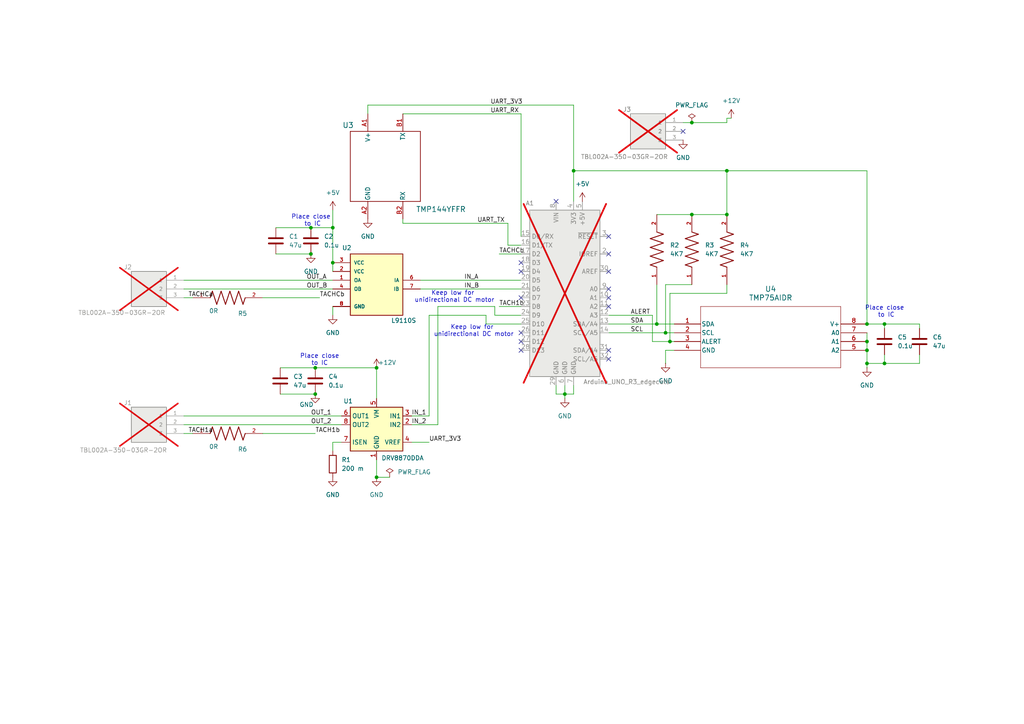
<source format=kicad_sch>
(kicad_sch (version 20250114) (generator "eeschema") (generator_version "9.0")
  (paper "A4")
  (lib_symbols
    (symbol "1206W4F0000T5E:1206W4F0000T5E" (pin_names (offset 1.016))
      (property "Reference" "R" (at -5.08 2.54 0))
      (property "Value" "1206W4F0000T5E" (at -5.08 -3.81 0))
      (symbol "1206W4F0000T5E_0_0"
        (polyline (pts (xy -5.08 0) (xy -4.445 1.905)) (stroke (width 0.254)))
        (polyline (pts (xy -4.445 1.905) (xy -3.175 -1.905)) (stroke (width 0.254)))
        (polyline (pts (xy -3.175 -1.905) (xy -1.905 1.905)) (stroke (width 0.254)))
        (polyline (pts (xy -1.905 1.905) (xy -0.635 -1.905)) (stroke (width 0.254)))
        (polyline (pts (xy -0.635 -1.905) (xy 0.635 1.905)) (stroke (width 0.254)))
        (polyline (pts (xy 0.635 1.905) (xy 1.905 -1.905)) (stroke (width 0.254)))
        (polyline (pts (xy 1.905 -1.905) (xy 3.175 1.905)) (stroke (width 0.254)))
        (polyline (pts (xy 3.175 1.905) (xy 4.445 -1.905)) (stroke (width 0.254)))
        (polyline (pts (xy 4.445 -1.905) (xy 5.08 0)) (stroke (width 0.254)))
        (pin passive line (at -10.16 0 0) (length 5.08) (name "~") (number "1"))
        (pin passive line (at 10.16 0 180) (length 5.08) (name "~") (number "2"))
      )
    )
    (symbol "1206W4F0000T5E_1" (pin_names (offset 1.016))
      (property "Reference" "R" (at -5.08 2.54 0))
      (property "Value" "1206W4F0000T5E" (at -5.08 -3.81 0))
      (symbol "1206W4F0000T5E_1_0_0"
        (polyline (pts (xy -5.08 0) (xy -4.445 1.905)) (stroke (width 0.254)))
        (polyline (pts (xy -4.445 1.905) (xy -3.175 -1.905)) (stroke (width 0.254)))
        (polyline (pts (xy -3.175 -1.905) (xy -1.905 1.905)) (stroke (width 0.254)))
        (polyline (pts (xy -1.905 1.905) (xy -0.635 -1.905)) (stroke (width 0.254)))
        (polyline (pts (xy -0.635 -1.905) (xy 0.635 1.905)) (stroke (width 0.254)))
        (polyline (pts (xy 0.635 1.905) (xy 1.905 -1.905)) (stroke (width 0.254)))
        (polyline (pts (xy 1.905 -1.905) (xy 3.175 1.905)) (stroke (width 0.254)))
        (polyline (pts (xy 3.175 1.905) (xy 4.445 -1.905)) (stroke (width 0.254)))
        (polyline (pts (xy 4.445 -1.905) (xy 5.08 0)) (stroke (width 0.254)))
        (pin passive line (at -10.16 0 0) (length 5.08) (name "~") (number "1"))
        (pin passive line (at 10.16 0 180) (length 5.08) (name "~") (number "2"))
      )
    )
    (symbol "1206W4F4701T5E:1206W4F4701T5E" (pin_names (offset 1.016))
      (property "Reference" "R" (at -5.08 2.54 0))
      (property "Value" "4K7" (at -5.08 -3.81 0))
      (symbol "1206W4F4701T5E_0_0"
        (polyline (pts (xy -5.08 0) (xy -4.445 1.905)) (stroke (width 0.254)))
        (polyline (pts (xy -4.445 1.905) (xy -3.175 -1.905)) (stroke (width 0.254)))
        (polyline (pts (xy -3.175 -1.905) (xy -1.905 1.905)) (stroke (width 0.254)))
        (polyline (pts (xy -1.905 1.905) (xy -0.635 -1.905)) (stroke (width 0.254)))
        (polyline (pts (xy -0.635 -1.905) (xy 0.635 1.905)) (stroke (width 0.254)))
        (polyline (pts (xy 0.635 1.905) (xy 1.905 -1.905)) (stroke (width 0.254)))
        (polyline (pts (xy 1.905 -1.905) (xy 3.175 1.905)) (stroke (width 0.254)))
        (polyline (pts (xy 3.175 1.905) (xy 4.445 -1.905)) (stroke (width 0.254)))
        (polyline (pts (xy 4.445 -1.905) (xy 5.08 0)) (stroke (width 0.254)))
        (pin passive line (at -10.16 0 0) (length 5.08) (name "~") (number "1"))
        (pin passive line (at 10.16 0 180) (length 5.08) (name "~") (number "2"))
      )
    )
    (symbol "1206W4F4701T5E_1" (pin_names (offset 1.016))
      (property "Reference" "R" (at -5.08 2.54 0))
      (property "Value" "4K7" (at -5.08 -3.81 0))
      (symbol "1206W4F4701T5E_1_0_0"
        (polyline (pts (xy -5.08 0) (xy -4.445 1.905)) (stroke (width 0.254)))
        (polyline (pts (xy -4.445 1.905) (xy -3.175 -1.905)) (stroke (width 0.254)))
        (polyline (pts (xy -3.175 -1.905) (xy -1.905 1.905)) (stroke (width 0.254)))
        (polyline (pts (xy -1.905 1.905) (xy -0.635 -1.905)) (stroke (width 0.254)))
        (polyline (pts (xy -0.635 -1.905) (xy 0.635 1.905)) (stroke (width 0.254)))
        (polyline (pts (xy 0.635 1.905) (xy 1.905 -1.905)) (stroke (width 0.254)))
        (polyline (pts (xy 1.905 -1.905) (xy 3.175 1.905)) (stroke (width 0.254)))
        (polyline (pts (xy 3.175 1.905) (xy 4.445 -1.905)) (stroke (width 0.254)))
        (polyline (pts (xy 4.445 -1.905) (xy 5.08 0)) (stroke (width 0.254)))
        (pin passive line (at -10.16 0 0) (length 5.08) (name "~") (number "1"))
        (pin passive line (at 10.16 0 180) (length 5.08) (name "~") (number "2"))
      )
    )
    (symbol "Device:C" (pin_numbers (hide yes)) (pin_names (offset 0.254))
      (property "Reference" "C" (at 0.635 2.54 0))
      (property "Value" "C" (at 0.635 -2.54 0))
      (symbol "C_0_1"
        (polyline (pts (xy -2.032 0.762) (xy 2.032 0.762)) (stroke (width 0.508)))
        (polyline (pts (xy -2.032 -0.762) (xy 2.032 -0.762)) (stroke (width 0.508)))
      )
      (symbol "C_1_1"
        (pin passive line (at 0 3.81 270) (length 2.794) (name "~") (number "1"))
        (pin passive line (at 0 -3.81 90) (length 2.794) (name "~") (number "2"))
      )
    )
    (symbol "Device:R" (pin_numbers (hide yes)) (pin_names (offset 0))
      (property "Reference" "R" (at 2.032 0 90))
      (property "Value" "R" (at 0 0 90))
      (symbol "R_0_1"
        (rectangle (start -1.016 -2.54) (end 1.016 2.54) (stroke (width 0.254)))
      )
      (symbol "R_1_1"
        (pin passive line (at 0 3.81 270) (length 1.27) (name "~") (number "1"))
        (pin passive line (at 0 -3.81 90) (length 1.27) (name "~") (number "2"))
      )
    )
    (symbol "Driver_Motor:DRV8870DDA"
      (property "Reference" "U" (at -6.35 6.35 0))
      (property "Value" "DRV8870DDA" (at 8.89 6.35 0))
      (symbol "DRV8870DDA_0_1"
        (rectangle (start -7.62 5.08) (end 7.62 -7.62) (stroke (width 0.254)) (fill (type background)))
      )
      (symbol "DRV8870DDA_1_1"
        (pin input line (at -10.16 2.54 0) (length 2.54) (name "IN1") (number "3"))
        (pin input line (at -10.16 0 0) (length 2.54) (name "IN2") (number "2"))
        (pin input line (at -10.16 -5.08 0) (length 2.54) (name "VREF") (number "4"))
        (pin power_in line (at 0 7.62 270) (length 2.54) (name "VM") (number "5"))
        (pin power_in line (at 0 -10.16 90) (length 2.54) (name "GND") (number "1"))
        (pin passive line (at 0 -10.16 90) (length 2.54) (hide yes) (name "GND") (number "9"))
        (pin output line (at 10.16 2.54 180) (length 2.54) (name "OUT1") (number "6"))
        (pin output line (at 10.16 0 180) (length 2.54) (name "OUT2") (number "8"))
        (pin passive line (at 10.16 -5.08 180) (length 2.54) (name "ISEN") (number "7"))
      )
    )
    (symbol "L9110S:L9110S" (pin_names (offset 1.016))
      (property "Reference" "U" (at -7.62 10.922 0))
      (property "Value" "L9110S" (at 5.08 -9.906 0))
      (symbol "L9110S_0_0"
        (rectangle (start -7.62 10.16) (end 7.62 -7.62) (stroke (width 0.254)) (fill (type background)))
        (pin input line (at -12.7 2.54 0) (length 5.08) (name "IA") (number "6"))
        (pin input line (at -12.7 0 0) (length 5.08) (name "IB") (number "7"))
        (pin power_in line (at 12.7 7.62 180) (length 5.08) (name "VCC") (number "3"))
        (pin power_in line (at 12.7 5.08 180) (length 5.08) (name "VCC") (number "2"))
        (pin output line (at 12.7 2.54 180) (length 5.08) (name "OA") (number "1"))
        (pin output line (at 12.7 0 180) (length 5.08) (name "OB") (number "4"))
        (pin power_in line (at 12.7 -5.08 180) (length 5.08) (name "GND") (number "5"))
        (pin power_in line (at 12.7 -5.08 180) (length 5.08) (name "GND") (number "8"))
      )
    )
    (symbol "MCU_Module:Arduino_UNO_R3"
      (property "Reference" "A" (at -10.16 23.495 0))
      (property "Value" "Arduino_UNO_R3" (at 5.08 -26.67 0))
      (symbol "Arduino_UNO_R3_0_1"
        (rectangle (start -10.16 22.86) (end 10.16 -25.4) (stroke (width 0.254)) (fill (type background)))
      )
      (symbol "Arduino_UNO_R3_1_1"
        (pin bidirectional line (at -12.7 15.24 0) (length 2.54) (name "D0/RX") (number "15"))
        (pin bidirectional line (at -12.7 12.7 0) (length 2.54) (name "D1/TX") (number "16"))
        (pin bidirectional line (at -12.7 10.16 0) (length 2.54) (name "D2") (number "17"))
        (pin bidirectional line (at -12.7 7.62 0) (length 2.54) (name "D3") (number "18"))
        (pin bidirectional line (at -12.7 5.08 0) (length 2.54) (name "D4") (number "19"))
        (pin bidirectional line (at -12.7 2.54 0) (length 2.54) (name "D5") (number "20"))
        (pin bidirectional line (at -12.7 0 0) (length 2.54) (name "D6") (number "21"))
        (pin bidirectional line (at -12.7 -2.54 0) (length 2.54) (name "D7") (number "22"))
        (pin bidirectional line (at -12.7 -5.08 0) (length 2.54) (name "D8") (number "23"))
        (pin bidirectional line (at -12.7 -7.62 0) (length 2.54) (name "D9") (number "24"))
        (pin bidirectional line (at -12.7 -10.16 0) (length 2.54) (name "D10") (number "25"))
        (pin bidirectional line (at -12.7 -12.7 0) (length 2.54) (name "D11") (number "26"))
        (pin bidirectional line (at -12.7 -15.24 0) (length 2.54) (name "D12") (number "27"))
        (pin bidirectional line (at -12.7 -17.78 0) (length 2.54) (name "D13") (number "28"))
        (pin no_connect line (at -10.16 -20.32 0) (length 2.54) (hide yes) (name "NC") (number "1"))
        (pin power_in line (at -2.54 25.4 270) (length 2.54) (name "VIN") (number "8"))
        (pin power_in line (at -2.54 -27.94 90) (length 2.54) (name "GND") (number "29"))
        (pin power_in line (at 0 -27.94 90) (length 2.54) (name "GND") (number "6"))
        (pin power_out line (at 2.54 25.4 270) (length 2.54) (name "3V3") (number "4"))
        (pin power_in line (at 2.54 -27.94 90) (length 2.54) (name "GND") (number "7"))
        (pin power_out line (at 5.08 25.4 270) (length 2.54) (name "+5V") (number "5"))
        (pin input line (at 12.7 15.24 180) (length 2.54) (name "~{RESET}") (number "3"))
        (pin output line (at 12.7 10.16 180) (length 2.54) (name "IOREF") (number "2"))
        (pin input line (at 12.7 5.08 180) (length 2.54) (name "AREF") (number "30"))
        (pin bidirectional line (at 12.7 0 180) (length 2.54) (name "A0") (number "9"))
        (pin bidirectional line (at 12.7 -2.54 180) (length 2.54) (name "A1") (number "10"))
        (pin bidirectional line (at 12.7 -5.08 180) (length 2.54) (name "A2") (number "11"))
        (pin bidirectional line (at 12.7 -7.62 180) (length 2.54) (name "A3") (number "12"))
        (pin bidirectional line (at 12.7 -10.16 180) (length 2.54) (name "SDA/A4") (number "13"))
        (pin bidirectional line (at 12.7 -12.7 180) (length 2.54) (name "SCL/A5") (number "14"))
        (pin bidirectional line (at 12.7 -17.78 180) (length 2.54) (name "SDA/A4") (number "31"))
        (pin bidirectional line (at 12.7 -20.32 180) (length 2.54) (name "SCL/A5") (number "32"))
      )
    )
    (symbol "TBL002A-350-03GR-2OR:TBL002A-350-03GR-2OR" (pin_names (offset 1.016))
      (property "Reference" "J" (at -5.08 5.842 0))
      (property "Value" "TBL002A-350-03GR-2OR" (at -5.08 -7.62 0))
      (property "Footprint" "TBL002A-350-03GR-2OR:CUI_TBL002A-350-03GR-2OR" (at 0 0 0))
      (symbol "TBL002A-350-03GR-2OR_0_0"
        (rectangle (start -5.08 -5.08) (end 5.08 5.08) (stroke (width 0.254)) (fill (type background)))
        (pin passive line (at -10.16 2.54 0) (length 5.08) (name "1") (number "1"))
        (pin passive line (at -10.16 0 0) (length 5.08) (name "2") (number "2"))
        (pin passive line (at -10.16 -2.54 0) (length 5.08) (name "3") (number "3"))
      )
    )
    (symbol "TMP75AIDR:TMP75AIDR" (pin_names (offset 0.254))
      (property "Reference" "U" (at 27.94 10.16 0))
      (property "Value" "TMP75AIDR" (at 27.94 7.62 0))
      (symbol "TMP75AIDR_0_1"
        (polyline (pts (xy 7.62 5.08) (xy 7.62 -12.7)) (stroke (width 0.127)))
        (polyline (pts (xy 7.62 -12.7) (xy 48.26 -12.7)) (stroke (width 0.127)))
        (polyline (pts (xy 48.26 5.08) (xy 7.62 5.08)) (stroke (width 0.127)))
        (polyline (pts (xy 48.26 -12.7) (xy 48.26 5.08)) (stroke (width 0.127)))
        (pin power_in line (at 0 -7.62 0) (length 7.62) (name "GND") (number "4"))
        (pin power_in line (at 55.88 0 180) (length 7.62) (name "V+") (number "8"))
      )
      (symbol "TMP75AIDR_1_1"
        (pin bidirectional line (at 0 0 0) (length 7.62) (name "SDA") (number "1"))
        (pin bidirectional line (at 0 -2.54 0) (length 7.62) (name "SCL") (number "2"))
        (pin bidirectional line (at 0 -5.08 0) (length 7.62) (name "ALERT") (number "3"))
        (pin input line (at 55.88 -2.54 180) (length 7.62) (name "A0") (number "7"))
        (pin input line (at 55.88 -5.08 180) (length 7.62) (name "A1") (number "6"))
        (pin input line (at 55.88 -7.62 180) (length 7.62) (name "A2") (number "5"))
      )
    )
    (symbol "power:+12V" (power) (pin_numbers (hide yes)) (pin_names (offset 0) (hide yes))
      (property "Value" "+12V" (at 0 3.556 0))
      (symbol "+12V_0_1"
        (polyline (pts (xy -0.762 1.27) (xy 0 2.54)))
        (polyline (pts (xy 0 2.54) (xy 0.762 1.27)))
        (polyline (pts (xy 0 0) (xy 0 2.54)))
      )
      (symbol "+12V_1_1"
        (pin power_in line (at 0 0 90) (length 0) (name "~") (number "1"))
      )
    )
    (symbol "power:+5V" (power) (pin_numbers (hide yes)) (pin_names (offset 0) (hide yes))
      (property "Value" "+5V" (at 0 3.556 0))
      (symbol "+5V_0_1"
        (polyline (pts (xy -0.762 1.27) (xy 0 2.54)))
        (polyline (pts (xy 0 2.54) (xy 0.762 1.27)))
        (polyline (pts (xy 0 0) (xy 0 2.54)))
      )
      (symbol "+5V_1_1"
        (pin power_in line (at 0 0 90) (length 0) (name "~") (number "1"))
      )
    )
    (symbol "power:GND" (power) (pin_numbers (hide yes)) (pin_names (offset 0) (hide yes))
      (property "Value" "GND" (at 0 -3.81 0))
      (symbol "GND_0_1"
        (polyline (pts (xy 0 0) (xy 0 -1.27) (xy 1.27 -1.27) (xy 0 -2.54) (xy -1.27 -1.27) (xy 0 -1.27)))
      )
      (symbol "GND_1_1"
        (pin power_in line (at 0 0 270) (length 0) (name "~") (number "1"))
      )
    )
    (symbol "power:PWR_FLAG" (power) (pin_numbers (hide yes)) (pin_names (offset 0) (hide yes))
      (property "Value" "PWR_FLAG" (at 0 3.81 0))
      (symbol "PWR_FLAG_0_0"
        (pin power_out line (at 0 0 90) (length 0) (name "~") (number "1"))
      )
      (symbol "PWR_FLAG_0_1"
        (polyline (pts (xy 0 0) (xy 0 1.27) (xy -1.016 1.905) (xy 0 2.54) (xy 1.016 1.905) (xy 0 1.27)))
      )
    )
    (symbol "tmp144yffr:TMP144YFFR" (pin_names (offset 0.254))
      (property "Reference" "U" (at 0 2.54 0))
      (property "Value" "TMP144YFFR" (at 0 0 0))
      (property "Footprint" "TMP144YFFR:YFF0004AAAJ" (at 0 0 0))
      (symbol "TMP144YFFR_0_1"
        (polyline (pts (xy -10.16 10.16) (xy -10.16 -10.16)) (stroke (width 0.2032)))
        (polyline (pts (xy -10.16 -10.16) (xy 10.16 -10.16)) (stroke (width 0.2032)))
        (polyline (pts (xy 10.16 10.16) (xy -10.16 10.16)) (stroke (width 0.2032)))
        (polyline (pts (xy 10.16 -10.16) (xy 10.16 10.16)) (stroke (width 0.2032)))
        (pin power_in line (at -15.24 5.08 0) (length 5.08) (name "V+") (number "A1"))
        (pin output line (at -15.24 -5.08 0) (length 5.08) (name "TX") (number "B1"))
        (pin power_in line (at 15.24 5.08 180) (length 5.08) (name "GND") (number "A2"))
        (pin input line (at 15.24 -5.08 180) (length 5.08) (name "RX") (number "B2"))
      )
    )
  )
  (text "Place close \nto IC" (exclude_from_sim yes) (at 90.678 64.008 0) (effects (font (size 1.27 1.27))))
  (text "Place close\nto IC" (exclude_from_sim yes) (at 92.71 104.394 0) (effects (font (size 1.27 1.27))))
  (text "Keep low for \nunidirectional DC motor" (exclude_from_sim yes) (at 137.414 96.012 0) (effects (font (size 1.27 1.27))))
  (text "Place close \nto IC" (exclude_from_sim yes) (at 257.048 90.424 0) (effects (font (size 1.27 1.27))))
  (text "Keep low for \nunidirectional DC motor" (exclude_from_sim yes) (at 131.826 86.106 0) (effects (font (size 1.27 1.27))))
  (junction (at 251.46 93.98))
  (junction (at 90.17 66.04))
  (junction (at 194.31 99.06))
  (junction (at 109.22 138.43))
  (junction (at 96.52 76.2))
  (junction (at 256.54 93.98))
  (junction (at 90.17 73.66))
  (junction (at 251.46 99.06))
  (junction (at 166.37 49.53))
  (junction (at 210.82 49.53))
  (junction (at 109.22 106.68))
  (junction (at 190.5 93.98))
  (junction (at 251.46 105.41))
  (junction (at 251.46 101.6))
  (junction (at 163.83 114.3))
  (junction (at 200.66 62.23))
  (junction (at 193.04 96.52))
  (junction (at 210.82 62.23))
  (junction (at 200.66 35.56))
  (junction (at 256.54 105.41))
  (junction (at 91.44 106.68))
  (junction (at 91.44 114.3))
  (junction (at 96.52 66.04))
  (no_connect (at 176.53 104.14))
  (no_connect (at 198.12 38.1))
  (no_connect (at 176.53 86.36))
  (no_connect (at 176.53 88.9))
  (no_connect (at 176.53 101.6))
  (no_connect (at 151.13 96.52))
  (no_connect (at 151.13 76.2))
  (no_connect (at 161.29 58.42))
  (no_connect (at 151.13 78.74))
  (no_connect (at 176.53 68.58))
  (no_connect (at 176.53 78.74))
  (no_connect (at 151.13 99.06))
  (no_connect (at 176.53 73.66))
  (no_connect (at 151.13 86.36))
  (no_connect (at 151.13 101.6))
  (no_connect (at 176.53 83.82))
  (wire (pts (xy 53.34 123.19) (xy 99.06 123.19)))
  (wire (pts (xy 193.04 82.55) (xy 193.04 96.52)))
  (wire (pts (xy 81.28 106.68) (xy 91.44 106.68)))
  (wire (pts (xy 194.31 99.06) (xy 189.23 99.06)))
  (wire (pts (xy 210.82 35.56) (xy 200.66 35.56)))
  (wire (pts (xy 80.01 73.66) (xy 90.17 73.66)))
  (wire (pts (xy 190.5 93.98) (xy 195.58 93.98)))
  (wire (pts (xy 163.83 114.3) (xy 163.83 115.57)))
  (wire (pts (xy 147.32 64.77) (xy 147.32 71.12)))
  (wire (pts (xy 266.7 95.25) (xy 266.7 93.98)))
  (wire (pts (xy 210.82 82.55) (xy 210.82 85.09)))
  (wire (pts (xy 140.97 91.44) (xy 140.97 93.98)))
  (wire (pts (xy 106.68 33.02) (xy 106.68 30.48)))
  (wire (pts (xy 266.7 102.87) (xy 266.7 105.41)))
  (wire (pts (xy 251.46 93.98) (xy 251.46 49.53)))
  (wire (pts (xy 90.17 66.04) (xy 96.52 66.04)))
  (wire (pts (xy 193.04 101.6) (xy 195.58 101.6)))
  (wire (pts (xy 106.68 30.48) (xy 166.37 30.48)))
  (wire (pts (xy 212.09 34.29) (xy 210.82 34.29)))
  (wire (pts (xy 200.66 82.55) (xy 193.04 82.55)))
  (wire (pts (xy 116.84 33.02) (xy 151.13 33.02)))
  (wire (pts (xy 116.84 64.77) (xy 116.84 63.5)))
  (wire (pts (xy 119.38 120.65) (xy 124.46 120.65)))
  (wire (pts (xy 210.82 49.53) (xy 166.37 49.53)))
  (wire (pts (xy 76.2 86.36) (xy 92.71 86.36)))
  (wire (pts (xy 91.44 106.68) (xy 109.22 106.68)))
  (wire (pts (xy 143.51 91.44) (xy 151.13 91.44)))
  (wire (pts (xy 144.78 73.66) (xy 151.13 73.66)))
  (wire (pts (xy 256.54 102.87) (xy 256.54 105.41)))
  (wire (pts (xy 119.38 128.27) (xy 124.46 128.27)))
  (wire (pts (xy 200.66 35.56) (xy 198.12 35.56)))
  (wire (pts (xy 96.52 88.9) (xy 96.52 91.44)))
  (wire (pts (xy 200.66 62.23) (xy 210.82 62.23)))
  (wire (pts (xy 176.53 93.98) (xy 190.5 93.98)))
  (wire (pts (xy 193.04 96.52) (xy 195.58 96.52)))
  (wire (pts (xy 121.92 83.82) (xy 151.13 83.82)))
  (wire (pts (xy 147.32 71.12) (xy 151.13 71.12)))
  (wire (pts (xy 256.54 105.41) (xy 266.7 105.41)))
  (wire (pts (xy 256.54 93.98) (xy 256.54 95.25)))
  (wire (pts (xy 210.82 49.53) (xy 210.82 62.23)))
  (wire (pts (xy 121.92 81.28) (xy 151.13 81.28)))
  (wire (pts (xy 96.52 66.04) (xy 96.52 76.2)))
  (wire (pts (xy 251.46 105.41) (xy 256.54 105.41)))
  (wire (pts (xy 81.28 114.3) (xy 91.44 114.3)))
  (wire (pts (xy 189.23 91.44) (xy 176.53 91.44)))
  (wire (pts (xy 53.34 83.82) (xy 96.52 83.82)))
  (wire (pts (xy 193.04 101.6) (xy 193.04 105.41)))
  (wire (pts (xy 53.34 81.28) (xy 96.52 81.28)))
  (wire (pts (xy 194.31 85.09) (xy 194.31 99.06)))
  (wire (pts (xy 166.37 111.76) (xy 166.37 114.3)))
  (wire (pts (xy 210.82 34.29) (xy 210.82 35.56)))
  (wire (pts (xy 127 88.9) (xy 127 123.19)))
  (wire (pts (xy 166.37 49.53) (xy 166.37 58.42)))
  (wire (pts (xy 113.03 138.43) (xy 109.22 138.43)))
  (wire (pts (xy 116.84 64.77) (xy 147.32 64.77)))
  (wire (pts (xy 109.22 133.35) (xy 109.22 138.43)))
  (wire (pts (xy 127 88.9) (xy 143.51 88.9)))
  (wire (pts (xy 140.97 93.98) (xy 151.13 93.98)))
  (wire (pts (xy 251.46 49.53) (xy 210.82 49.53)))
  (wire (pts (xy 53.34 120.65) (xy 99.06 120.65)))
  (wire (pts (xy 176.53 96.52) (xy 193.04 96.52)))
  (wire (pts (xy 251.46 93.98) (xy 256.54 93.98)))
  (wire (pts (xy 161.29 111.76) (xy 161.29 114.3)))
  (wire (pts (xy 151.13 33.02) (xy 151.13 68.58)))
  (wire (pts (xy 251.46 99.06) (xy 251.46 101.6)))
  (wire (pts (xy 161.29 114.3) (xy 163.83 114.3)))
  (wire (pts (xy 251.46 96.52) (xy 251.46 99.06)))
  (wire (pts (xy 144.78 88.9) (xy 151.13 88.9)))
  (wire (pts (xy 96.52 128.27) (xy 99.06 128.27)))
  (wire (pts (xy 163.83 111.76) (xy 163.83 114.3)))
  (wire (pts (xy 53.34 86.36) (xy 55.88 86.36)))
  (wire (pts (xy 163.83 114.3) (xy 166.37 114.3)))
  (wire (pts (xy 195.58 99.06) (xy 194.31 99.06)))
  (wire (pts (xy 143.51 88.9) (xy 143.51 91.44)))
  (wire (pts (xy 124.46 91.44) (xy 124.46 120.65)))
  (wire (pts (xy 251.46 101.6) (xy 251.46 105.41)))
  (wire (pts (xy 190.5 62.23) (xy 200.66 62.23)))
  (wire (pts (xy 96.52 76.2) (xy 96.52 78.74)))
  (wire (pts (xy 53.34 125.73) (xy 55.88 125.73)))
  (wire (pts (xy 119.38 123.19) (xy 127 123.19)))
  (wire (pts (xy 210.82 85.09) (xy 194.31 85.09)))
  (wire (pts (xy 166.37 30.48) (xy 166.37 49.53)))
  (wire (pts (xy 80.01 66.04) (xy 90.17 66.04)))
  (wire (pts (xy 124.46 91.44) (xy 140.97 91.44)))
  (wire (pts (xy 96.52 130.81) (xy 96.52 128.27)))
  (wire (pts (xy 266.7 93.98) (xy 256.54 93.98)))
  (wire (pts (xy 109.22 106.68) (xy 109.22 115.57)))
  (wire (pts (xy 190.5 82.55) (xy 190.5 93.98)))
  (wire (pts (xy 251.46 105.41) (xy 251.46 106.68)))
  (wire (pts (xy 76.2 125.73) (xy 91.44 125.73)))
  (wire (pts (xy 96.52 60.96) (xy 96.52 66.04)))
  (wire (pts (xy 189.23 99.06) (xy 189.23 91.44)))
  (label "OUT_1" (at 90.17 120.65 0))
  (label "IN_1" (at 119.38 120.65 0))
  (label "TACH1b" (at 144.78 88.9 0))
  (label "UART_TX" (at 138.43 64.77 0))
  (label "OUT_B" (at 88.9 83.82 0))
  (label "SCL" (at 182.88 96.52 0))
  (label "UART_3V3" (at 142.24 30.48 0))
  (label "TACHCb" (at 144.78 73.66 0))
  (label "OUT_2" (at 90.17 123.19 0))
  (label "TACHCa" (at 54.61 86.36 0))
  (label "UART_3V3" (at 124.46 128.27 0))
  (label "OUT_A" (at 88.9 81.28 0))
  (label "UART_RX" (at 142.24 33.02 0))
  (label "TACH1b" (at 91.44 125.73 0))
  (label "IN_A" (at 134.62 81.28 0))
  (label "IN_2" (at 119.38 123.19 0))
  (label "TACHCb" (at 92.71 86.36 0))
  (label "SDA" (at 182.88 93.98 0))
  (label "TACH1a" (at 54.61 125.73 0))
  (label "IN_B" (at 134.62 83.82 0))
  (label "ALERT" (at 182.88 91.44 0))
  (symbol (lib_id "Device:C") (at 91.44 110.49 0) (unit 1)
    (property "Reference" "C4" (at 95.25 109.2199 0) (effects (justify left)))
    (property "Value" "0.1u" (at 95.25 111.7599 0) (effects (justify left)))
    (property "Footprint" "Capacitor_SMD:C_0603_1608Metric_Pad1.08x0.95mm_HandSolder" (effects (hide yes)))
    (property "Description" "Unpolarized capacitor" (effects (hide yes)))
    (property "Jabil_Link1" "https://jlcpcb.com/partdetail/HRE-CGA0603X7R104K250JT/C6119861" (effects (hide yes)))
    (property "MPN1" "CGA0603X7R104K250JT" (effects (hide yes)))
    (property "Vendor1" "HRE" (effects (hide yes)))
  )
  (symbol (lib_name "1206W4F0000T5E_1") (lib_id "1206W4F0000T5E:1206W4F0000T5E") (at 66.04 125.73 0) (unit 1)
    (property "Reference" "R6" (at 70.358 130.302 0))
    (property "Value" "0R" (at 61.976 129.54 0))
    (property "Footprint" "1206W4F0000T5E:RESC3115X65N" (effects (hide yes)))
    (property "MF" "Royalohm" (effects (hide yes)))
    (property "MAXIMUM_PACKAGE_HEIGHT" "0.65mm" (effects (hide yes)))
    (property "Package" "1206-2 ROYAL" (effects (hide yes)))
    (property "Price" "None" (effects (hide yes)))
    (property "Check_prices" "https://www.snapeda.com/parts/1206W4F0000T5E/Royal+Ohm/view-part/?ref=eda" (effects (hide yes)))
    (property "STANDARD" "IPC-7351B" (effects (hide yes)))
    (property "PARTREV" "V3" (effects (hide yes)))
    (property "SnapEDA_Link" "https://www.snapeda.com/parts/1206W4F0000T5E/Royal+Ohm/view-part/?ref=snap" (effects (hide yes)))
    (property "MP" "1206W4F0000T5E" (effects (hide yes)))
    (property "Purchase-URL" "https://www.snapeda.com/api/url_track_click_mouser/?unipart_id=12756562&manufacturer=Royalohm&part_name=1206W4F0000T5E&search_term=1206w4f0000t5e" (effects (hide yes)))
    (property "Description_1" "Thick Film Resistors - SMD 1206 1/4W 1% 0R T/R-5000" (effects (hide yes)))
    (property "Availability" "In Stock" (effects (hide yes)))
    (property "MANUFACTURER" "Uni-Royal" (effects (hide yes)))
    (property "Jabil_Link1" "https://jlcpcb.com/partdetail/18576-1206W4F0000T5E/C17888" (effects (hide yes)))
    (property "MPN1" "1206W4F0000T5E" (effects (hide yes)))
    (property "Vendor1" "UNI-ROYAL(Uniroyal Elec)" (effects (hide yes)))
  )
  (symbol (lib_id "power:GND") (at 193.04 105.41 0) (unit 1)
    (property "Reference" "#PWR013" (effects (hide yes)))
    (property "Value" "GND" (at 193.04 110.49 0))
    (property "Description" "Power symbol creates a global label with name \"GND\" , ground" (effects (hide yes)))
  )
  (symbol (lib_id "power:+5V") (at 96.52 60.96 0) (unit 1)
    (property "Reference" "#PWR07" (effects (hide yes)))
    (property "Value" "+5V" (at 96.52 55.88 0))
    (property "Description" "Power symbol creates a global label with name \"+5V\"" (effects (hide yes)))
  )
  (symbol (lib_id "Device:C") (at 266.7 99.06 0) (unit 1)
    (property "Reference" "C6" (at 270.51 97.7899 0) (effects (justify left)))
    (property "Value" "47u" (at 270.51 100.3299 0) (effects (justify left)))
    (property "Footprint" "Capacitor_SMD:C_1210_3225Metric_Pad1.33x2.70mm_HandSolder" (effects (hide yes)))
    (property "Description" "Unpolarized capacitor" (effects (hide yes)))
    (property "MP" "CGA1210X5R476M250RT" (effects (hide yes)))
    (property "Jabil_Link1" "https://jlcpcb.com/partdetail/HRE-CGA1210X5R476M250RT/C6120020" (effects (hide yes)))
    (property "MPN1" "CGA1210X5R476M250RT" (effects (hide yes)))
    (property "Vendor1" "HRE" (effects (hide yes)))
  )
  (symbol (lib_id "Device:C") (at 81.28 110.49 0) (unit 1)
    (property "Reference" "C3" (at 85.09 109.2199 0) (effects (justify left)))
    (property "Value" "47u" (at 85.09 111.7599 0) (effects (justify left)))
    (property "Footprint" "Capacitor_SMD:C_1210_3225Metric_Pad1.33x2.70mm_HandSolder" (effects (hide yes)))
    (property "Description" "Unpolarized capacitor" (effects (hide yes)))
    (property "MP" "CGA1210X5R476M250RT" (effects (hide yes)))
    (property "Jabil_Link1" "https://jlcpcb.com/partdetail/HRE-CGA1210X5R476M250RT/C6120020" (effects (hide yes)))
    (property "MPN1" "CGA1210X5R476M250RT" (effects (hide yes)))
    (property "Vendor1" "HRE" (effects (hide yes)))
  )
  (symbol (lib_id "power:PWR_FLAG") (at 113.03 138.43 0) (unit 1)
    (property "Reference" "#FLG02" (effects (hide yes)))
    (property "Value" "PWR_FLAG" (at 120.142 136.906 0))
    (property "Description" "Special symbol for telling ERC where power comes from" (effects (hide yes)))
  )
  (symbol (lib_id "L9110S:L9110S") (at 109.22 83.82 0) (mirror y) (unit 1)
    (property "Reference" "U2" (at 100.584 71.882 0))
    (property "Value" "L9110S" (at 117.094 92.964 0))
    (property "Footprint" "L9110S:SOIC127P599X172-8N" (effects (hide yes)))
    (property "MF" "Renesas Electronics" (effects (hide yes)))
    (property "MAXIMUM_PACKAGE_HEIGHT" "1.7272mm" (effects (hide yes)))
    (property "Package" "None" (effects (hide yes)))
    (property "Price" "None" (effects (hide yes)))
    (property "Check_prices" "https://www.snapeda.com/parts/L9110S/Renesas/view-part/?ref=eda" (effects (hide yes)))
    (property "STANDARD" "IPC-7351B" (effects (hide yes)))
    (property "PARTREV" "NA" (effects (hide yes)))
    (property "SnapEDA_Link" "https://www.snapeda.com/parts/L9110S/Renesas/view-part/?ref=snap" (effects (hide yes)))
    (property "MP" "L9110S" (effects (hide yes)))
    (property "Description_1" "SOP-8 MOTOR DRIVER ICS ROHS" (effects (hide yes)))
    (property "Availability" "Not in stock" (effects (hide yes)))
    (property "MANUFACTURER" "UMW" (effects (hide yes)))
    (property "Jabil_Link1" "https://jlcpcb.com/partdetail/772196-L9110S/C725793" (effects (hide yes)))
    (property "MPN1" "L9110S" (effects (hide yes)))
    (property "Vendor1" "UMW(Youtai Semiconductor Co., Ltd.)" (effects (hide yes)))
  )
  (symbol (lib_id "TMP75AIDR:TMP75AIDR") (at 195.58 93.98 0) (unit 1)
    (property "Reference" "U4" (at 223.52 83.82 0) (effects (font (size 1.524 1.524))))
    (property "Value" "TMP75AIDR" (at 223.52 86.36 0) (effects (font (size 1.524 1.524))))
    (property "Footprint" "TMP75AIDR:D8" (effects (hide yes)))
    (property "Datasheet" "https://www.ti.com/lit/gpn/tmp75" (effects (hide yes)))
    (property "Jabil_Link1" "https://jlcpcb.com/partdetail/TexasInstruments-TMP75AIDR/C30389" (effects (hide yes)))
    (property "MPN1" "TMP75AIDR" (effects (hide yes)))
    (property "Vendor1" "Texas Instruments" (effects (hide yes)))
  )
  (symbol (lib_id "1206W4F4701T5E:1206W4F4701T5E") (at 210.82 72.39 90) (unit 1)
    (property "Reference" "R4" (at 214.63 71.1199 90) (effects (justify right)))
    (property "Value" "4K7" (at 214.63 73.6599 90) (effects (justify right)))
    (property "Footprint" "1206W4F4701T5E:RESC3115X65N" (effects (hide yes)))
    (property "MF" "Uni-Royal 1206W4F4701T5E" (effects (hide yes)))
    (property "MAXIMUM_PACKAGE_HEIGHT" "0.65mm" (effects (hide yes)))
    (property "Package" "1206-2 ROYAL" (effects (hide yes)))
    (property "Price" "None" (effects (hide yes)))
    (property "Check_prices" "https://www.snapeda.com/parts/1206W4F4701T5E/Uni-Royal/view-part/?ref=eda" (effects (hide yes)))
    (property "STANDARD" "IPC-7351B" (effects (hide yes)))
    (property "PARTREV" "V3" (effects (hide yes)))
    (property "SnapEDA_Link" "https://www.snapeda.com/parts/1206W4F4701T5E/Uni-Royal/view-part/?ref=snap" (effects (hide yes)))
    (property "MP" "1206W4F4701T5E" (effects (hide yes)))
    (property "Description_1" "4.7K Ohm 1/4W Thick Film Resistor 1206 Chip - Surface Mount" (effects (hide yes)))
    (property "Availability" "Not in stock" (effects (hide yes)))
    (property "MANUFACTURER" "Uni-Royal" (effects (hide yes)))
    (property "Jabil_Link1" "https://jlcpcb.com/partdetail/18624-1206W4F4701T5E/C17936" (effects (hide yes)))
    (property "MPN1" "1206W4F4701T5E" (effects (hide yes)))
    (property "Vendor1" "UNI-ROYAL(Uniroyal Elec)" (effects (hide yes)))
  )
  (symbol (lib_id "Device:C") (at 256.54 99.06 0) (unit 1)
    (property "Reference" "C5" (at 260.35 97.7899 0) (effects (justify left)))
    (property "Value" "0.1u" (at 260.35 100.3299 0) (effects (justify left)))
    (property "Footprint" "Capacitor_SMD:C_0603_1608Metric_Pad1.08x0.95mm_HandSolder" (effects (hide yes)))
    (property "Description" "Unpolarized capacitor" (effects (hide yes)))
    (property "Jabil_Link1" "https://jlcpcb.com/partdetail/HRE-CGA0603X7R104K250JT/C6119861" (effects (hide yes)))
    (property "MPN1" "CGA0603X7R104K250JT" (effects (hide yes)))
    (property "Vendor1" "HRE" (effects (hide yes)))
  )
  (symbol (lib_id "TBL002A-350-03GR-2OR:TBL002A-350-03GR-2OR") (at 43.18 83.82 0) (mirror y) (unit 1) (dnp yes)
    (property "Reference" "J2" (at 37.084 77.47 0))
    (property "Value" "TBL002A-350-03GR-2OR" (at 35.306 90.678 0))
    (property "Footprint" "TBL002A-350-03GR-2OR:CUI_TBL002A-350-03GR-2OR" (effects (hide yes)))
    (property "PARTREV" "1.0" (effects (hide yes)))
    (property "MANUFACTURER" "CUI Devices" (effects (hide yes)))
    (property "MAXIMUM_PACKAGE_HEIGHT" "12.85mm" (effects (hide yes)))
    (property "STANDARD" "Manufacturer Recommendations" (effects (hide yes)))
  )
  (symbol (lib_id "power:GND") (at 96.52 138.43 0) (unit 1)
    (property "Reference" "#PWR09" (effects (hide yes)))
    (property "Value" "GND" (at 96.52 143.51 0))
    (property "Description" "Power symbol creates a global label with name \"GND\" , ground" (effects (hide yes)))
  )
  (symbol (lib_id "TBL002A-350-03GR-2OR:TBL002A-350-03GR-2OR") (at 187.96 38.1 0) (mirror y) (unit 1) (dnp yes)
    (property "Reference" "J3" (at 181.864 31.75 0))
    (property "Value" "TBL002A-350-03GR-2OR" (at 181.102 45.466 0))
    (property "Footprint" "TBL002A-350-03GR-2OR:CUI_TBL002A-350-03GR-2OR" (effects (hide yes)))
    (property "PARTREV" "1.0" (effects (hide yes)))
    (property "MANUFACTURER" "CUI Devices" (effects (hide yes)))
    (property "MAXIMUM_PACKAGE_HEIGHT" "12.85mm" (effects (hide yes)))
    (property "STANDARD" "Manufacturer Recommendations" (effects (hide yes)))
  )
  (symbol (lib_id "Device:R") (at 96.52 134.62 0) (unit 1)
    (property "Reference" "R1" (at 99.06 133.3499 0) (effects (justify left)))
    (property "Value" "200 m" (at 99.06 135.8899 0) (effects (justify left)))
    (property "Footprint" "Resistor_SMD:R_0603_1608Metric_Pad0.98x0.95mm_HandSolder" (effects (hide yes)))
    (property "Description" "Resistor" (effects (hide yes)))
    (property "MP" "0603WAF220LT5E" (effects (hide yes)))
    (property "Jabil_Link1" "https://jlcpcb.com/partdetail/21398-0603WAF220LT5E/C20686" (effects (hide yes)))
    (property "MPN1" "0603WAF220LT5E" (effects (hide yes)))
    (property "Vendor1" "UNI-ROYAL(Uniroyal Elec)" (effects (hide yes)))
  )
  (symbol (lib_id "power:GND") (at 96.52 91.44 0) (unit 1)
    (property "Reference" "#PWR04" (effects (hide yes)))
    (property "Value" "GND" (at 96.52 96.52 0))
    (property "Description" "Power symbol creates a global label with name \"GND\" , ground" (effects (hide yes)))
  )
  (symbol (lib_id "Driver_Motor:DRV8870DDA") (at 109.22 123.19 0) (mirror y) (unit 1)
    (property "Reference" "U1" (at 102.362 116.332 0) (effects (justify left)))
    (property "Value" "DRV8870DDA" (at 122.936 132.842 0) (effects (justify left)))
    (property "Footprint" "Package_SO:Texas_HTSOP-8-1EP_3.9x4.9mm_P1.27mm_EP2.95x4.9mm_Mask2.4x3.1mm_ThermalVias" (effects (hide yes)))
    (property "Datasheet" "http://www.ti.com/lit/ds/symlink/drv8870.pdf" (effects (hide yes)))
    (property "Description" "Brushed DC Motor Driver, PWM Control, 45V, 3.6A, Dynamic current limiting, HTSOP-8" (effects (hide yes)))
    (property "Jabil_Link1" "https://jlcpcb.com/partdetail/TexasInstruments-DRV8870DDAR/C86590" (effects (hide yes)))
    (property "MPN1" "DRV8870DDAR" (effects (hide yes)))
    (property "Vendor1" "Texas Instruments" (effects (hide yes)))
  )
  (symbol (lib_id "Device:C") (at 80.01 69.85 0) (unit 1)
    (property "Reference" "C1" (at 83.82 68.5799 0) (effects (justify left)))
    (property "Value" "47u" (at 83.82 71.1199 0) (effects (justify left)))
    (property "Footprint" "Capacitor_SMD:C_1210_3225Metric_Pad1.33x2.70mm_HandSolder" (effects (hide yes)))
    (property "Description" "Unpolarized capacitor" (effects (hide yes)))
    (property "MP" "CGA1210X5R476M250RT" (effects (hide yes)))
    (property "Jabil_Link1" "https://jlcpcb.com/partdetail/HRE-CGA1210X5R476M250RT/C6120020" (effects (hide yes)))
    (property "MPN1" "CGA1210X5R476M250RT" (effects (hide yes)))
    (property "Vendor1" "HRE" (effects (hide yes)))
  )
  (symbol (lib_id "power:+12V") (at 212.09 34.29 0) (unit 1)
    (property "Reference" "#PWR06" (effects (hide yes)))
    (property "Value" "+12V" (at 212.09 29.21 0))
    (property "Description" "Power symbol creates a global label with name \"+12V\"" (effects (hide yes)))
  )
  (symbol (lib_id "power:+12V") (at 109.22 106.68 0) (unit 1)
    (property "Reference" "#PWR08" (effects (hide yes)))
    (property "Value" "+12V" (at 112.268 105.156 0))
    (property "Description" "Power symbol creates a global label with name \"+12V\"" (effects (hide yes)))
  )
  (symbol (lib_id "1206W4F0000T5E:1206W4F0000T5E") (at 66.04 86.36 0) (unit 1)
    (property "Reference" "R5" (at 70.358 90.932 0))
    (property "Value" "0R" (at 61.976 90.17 0))
    (property "Footprint" "1206W4F0000T5E:RESC3115X65N" (effects (hide yes)))
    (property "MF" "Royalohm" (effects (hide yes)))
    (property "MAXIMUM_PACKAGE_HEIGHT" "0.65mm" (effects (hide yes)))
    (property "Package" "1206-2 ROYAL" (effects (hide yes)))
    (property "Price" "None" (effects (hide yes)))
    (property "Check_prices" "https://www.snapeda.com/parts/1206W4F0000T5E/Royal+Ohm/view-part/?ref=eda" (effects (hide yes)))
    (property "STANDARD" "IPC-7351B" (effects (hide yes)))
    (property "PARTREV" "V3" (effects (hide yes)))
    (property "SnapEDA_Link" "https://www.snapeda.com/parts/1206W4F0000T5E/Royal+Ohm/view-part/?ref=snap" (effects (hide yes)))
    (property "MP" "1206W4F0000T5E" (effects (hide yes)))
    (property "Purchase-URL" "https://www.snapeda.com/api/url_track_click_mouser/?unipart_id=12756562&manufacturer=Royalohm&part_name=1206W4F0000T5E&search_term=1206w4f0000t5e" (effects (hide yes)))
    (property "Description_1" "Thick Film Resistors - SMD 1206 1/4W 1% 0R T/R-5000" (effects (hide yes)))
    (property "Availability" "In Stock" (effects (hide yes)))
    (property "MANUFACTURER" "Uni-Royal" (effects (hide yes)))
    (property "Jabil_Link1" "https://jlcpcb.com/partdetail/18576-1206W4F0000T5E/C17888" (effects (hide yes)))
    (property "MPN1" "1206W4F0000T5E" (effects (hide yes)))
    (property "Vendor1" "UNI-ROYAL(Uniroyal Elec)" (effects (hide yes)))
  )
  (symbol (lib_id "tmp144yffr:TMP144YFFR") (at 111.76 48.26 90) (mirror x) (unit 1)
    (property "Reference" "U3" (at 99.314 36.322 90) (effects (font (size 1.524 1.524)) (justify right)))
    (property "Value" "TMP144YFFR" (at 120.65 60.706 90) (effects (font (size 1.524 1.524)) (justify right)))
    (property "Footprint" "TMP144YFFR:YFF0004AAAJ" (effects (hide yes)))
    (property "Datasheet" "https://www.ti.com/lit/gpn/tmp144" (effects (hide yes)))
    (property "Jabil_Link1" "https://jlcpcb.com/partdetail/TexasInstruments-TMP144YFFR/C2870240" (effects (hide yes)))
    (property "MPN1" "TMP144YFFR" (effects (hide yes)))
    (property "Vendor1" "Texas Instruments" (effects (hide yes)))
  )
  (symbol (lib_id "power:GND") (at 251.46 106.68 0) (unit 1)
    (property "Reference" "#PWR014" (effects (hide yes)))
    (property "Value" "GND" (at 251.46 111.76 0))
    (property "Description" "Power symbol creates a global label with name \"GND\" , ground" (effects (hide yes)))
  )
  (symbol (lib_id "1206W4F4701T5E:1206W4F4701T5E") (at 200.66 72.39 90) (unit 1)
    (property "Reference" "R3" (at 204.47 71.1199 90) (effects (justify right)))
    (property "Value" "4K7" (at 204.47 73.6599 90) (effects (justify right)))
    (property "Footprint" "1206W4F4701T5E:RESC3115X65N" (effects (hide yes)))
    (property "MF" "Uni-Royal 1206W4F4701T5E" (effects (hide yes)))
    (property "MAXIMUM_PACKAGE_HEIGHT" "0.65mm" (effects (hide yes)))
    (property "Package" "1206-2 ROYAL" (effects (hide yes)))
    (property "Price" "None" (effects (hide yes)))
    (property "Check_prices" "https://www.snapeda.com/parts/1206W4F4701T5E/Uni-Royal/view-part/?ref=eda" (effects (hide yes)))
    (property "STANDARD" "IPC-7351B" (effects (hide yes)))
    (property "PARTREV" "V3" (effects (hide yes)))
    (property "SnapEDA_Link" "https://www.snapeda.com/parts/1206W4F4701T5E/Uni-Royal/view-part/?ref=snap" (effects (hide yes)))
    (property "MP" "1206W4F4701T5E" (effects (hide yes)))
    (property "Description_1" "4.7K Ohm 1/4W Thick Film Resistor 1206 Chip - Surface Mount" (effects (hide yes)))
    (property "Availability" "Not in stock" (effects (hide yes)))
    (property "MANUFACTURER" "Uni-Royal" (effects (hide yes)))
    (property "Jabil_Link1" "https://jlcpcb.com/partdetail/18624-1206W4F4701T5E/C17936" (effects (hide yes)))
    (property "MPN1" "1206W4F4701T5E" (effects (hide yes)))
    (property "Vendor1" "UNI-ROYAL(Uniroyal Elec)" (effects (hide yes)))
  )
  (symbol (lib_id "MCU_Module:Arduino_UNO_R3") (at 163.83 83.82 0) (unit 1) (dnp yes)
    (property "Reference" "A1" (at 152.4 58.928 0) (effects (justify left)))
    (property "Value" "Arduino_UNO_R3_edgecuts" (at 169.164 110.744 0) (effects (justify left)))
    (property "Footprint" "Module:Arduino_UNO_R3_edgecuts_withoutcourtyard_notabs_nosilkscreern" (effects (hide yes)))
    (property "Datasheet" "https://www.arduino.cc/en/Main/arduinoBoardUno" (effects (hide yes)))
    (property "Description" "Arduino UNO Microcontroller Module, release 3" (effects (hide yes)))
  )
  (symbol (lib_id "power:GND") (at 163.83 115.57 0) (unit 1)
    (property "Reference" "#PWR02" (effects (hide yes)))
    (property "Value" "GND" (at 163.83 120.65 0))
    (property "Description" "Power symbol creates a global label with name \"GND\" , ground" (effects (hide yes)))
  )
  (symbol (lib_id "power:GND") (at 109.22 138.43 0) (unit 1)
    (property "Reference" "#PWR01" (effects (hide yes)))
    (property "Value" "GND" (at 109.22 143.51 0))
    (property "Description" "Power symbol creates a global label with name \"GND\" , ground" (effects (hide yes)))
  )
  (symbol (lib_id "power:GND") (at 90.17 73.66 0) (unit 1)
    (property "Reference" "#PWR010" (effects (hide yes)))
    (property "Value" "GND" (at 90.17 78.74 0))
    (property "Description" "Power symbol creates a global label with name \"GND\" , ground" (effects (hide yes)))
  )
  (symbol (lib_id "power:GND") (at 198.12 40.64 0) (unit 1)
    (property "Reference" "#PWR05" (effects (hide yes)))
    (property "Value" "GND" (at 198.12 45.72 0))
    (property "Description" "Power symbol creates a global label with name \"GND\" , ground" (effects (hide yes)))
  )
  (symbol (lib_id "power:GND") (at 91.44 114.3 0) (unit 1)
    (property "Reference" "#PWR011" (effects (hide yes)))
    (property "Value" "GND" (at 88.9 117.348 0))
    (property "Description" "Power symbol creates a global label with name \"GND\" , ground" (effects (hide yes)))
  )
  (symbol (lib_id "power:+5V") (at 168.91 58.42 0) (unit 1)
    (property "Reference" "#PWR012" (effects (hide yes)))
    (property "Value" "+5V" (at 168.91 53.34 0))
    (property "Description" "Power symbol creates a global label with name \"+5V\"" (effects (hide yes)))
  )
  (symbol (lib_name "1206W4F4701T5E_1") (lib_id "1206W4F4701T5E:1206W4F4701T5E") (at 190.5 72.39 90) (unit 1)
    (property "Reference" "R2" (at 194.31 71.1199 90) (effects (justify right)))
    (property "Value" "4K7" (at 194.31 73.6599 90) (effects (justify right)))
    (property "Footprint" "1206W4F4701T5E:RESC3115X65N" (effects (hide yes)))
    (property "MF" "Uni-Royal 1206W4F4701T5E" (effects (hide yes)))
    (property "MAXIMUM_PACKAGE_HEIGHT" "0.65mm" (effects (hide yes)))
    (property "Package" "1206-2 ROYAL" (effects (hide yes)))
    (property "Price" "None" (effects (hide yes)))
    (property "Check_prices" "https://www.snapeda.com/parts/1206W4F4701T5E/Uni-Royal/view-part/?ref=eda" (effects (hide yes)))
    (property "STANDARD" "IPC-7351B" (effects (hide yes)))
    (property "PARTREV" "V3" (effects (hide yes)))
    (property "SnapEDA_Link" "https://www.snapeda.com/parts/1206W4F4701T5E/Uni-Royal/view-part/?ref=snap" (effects (hide yes)))
    (property "MP" "1206W4F4701T5E" (effects (hide yes)))
    (property "Description_1" "4.7K Ohm 1/4W Thick Film Resistor 1206 Chip - Surface Mount" (effects (hide yes)))
    (property "Availability" "Not in stock" (effects (hide yes)))
    (property "MANUFACTURER" "Uni-Royal" (effects (hide yes)))
    (property "Jabil_Link1" "https://jlcpcb.com/partdetail/18624-1206W4F4701T5E/C17936" (effects (hide yes)))
    (property "MPN1" "1206W4F4701T5E" (effects (hide yes)))
    (property "Vendor1" "UNI-ROYAL(Uniroyal Elec)" (effects (hide yes)))
  )
  (symbol (lib_id "power:PWR_FLAG") (at 200.66 35.56 0) (unit 1)
    (property "Reference" "#FLG01" (effects (hide yes)))
    (property "Value" "PWR_FLAG" (at 200.66 30.48 0))
    (property "Description" "Special symbol for telling ERC where power comes from" (effects (hide yes)))
  )
  (symbol (lib_id "power:GND") (at 106.68 63.5 0) (unit 1)
    (property "Reference" "#PWR03" (effects (hide yes)))
    (property "Value" "GND" (at 106.68 68.58 0))
    (property "Description" "Power symbol creates a global label with name \"GND\" , ground" (effects (hide yes)))
  )
  (symbol (lib_id "Device:C") (at 90.17 69.85 0) (unit 1)
    (property "Reference" "C2" (at 93.98 68.5799 0) (effects (justify left)))
    (property "Value" "0.1u" (at 93.98 71.1199 0) (effects (justify left)))
    (property "Footprint" "Capacitor_SMD:C_0603_1608Metric_Pad1.08x0.95mm_HandSolder" (effects (hide yes)))
    (property "Description" "Unpolarized capacitor" (effects (hide yes)))
    (property "Jabil_Link1" "https://jlcpcb.com/partdetail/HRE-CGA0603X7R104K250JT/C6119861" (effects (hide yes)))
    (property "MPN1" "CGA0603X7R104K250JT" (effects (hide yes)))
    (property "Vendor1" "HRE" (effects (hide yes)))
  )
  (symbol (lib_id "TBL002A-350-03GR-2OR:TBL002A-350-03GR-2OR") (at 43.18 123.19 0) (mirror y) (unit 1) (dnp yes)
    (property "Reference" "J1" (at 37.084 116.84 0))
    (property "Value" "TBL002A-350-03GR-2OR" (at 35.814 130.556 0))
    (property "Footprint" "TBL002A-350-03GR-2OR:CUI_TBL002A-350-03GR-2OR" (effects (hide yes)))
    (property "PARTREV" "1.0" (effects (hide yes)))
    (property "MANUFACTURER" "CUI Devices" (effects (hide yes)))
    (property "MAXIMUM_PACKAGE_HEIGHT" "12.85mm" (effects (hide yes)))
    (property "STANDARD" "Manufacturer Recommendations" (effects (hide yes)))
  )
)
</source>
